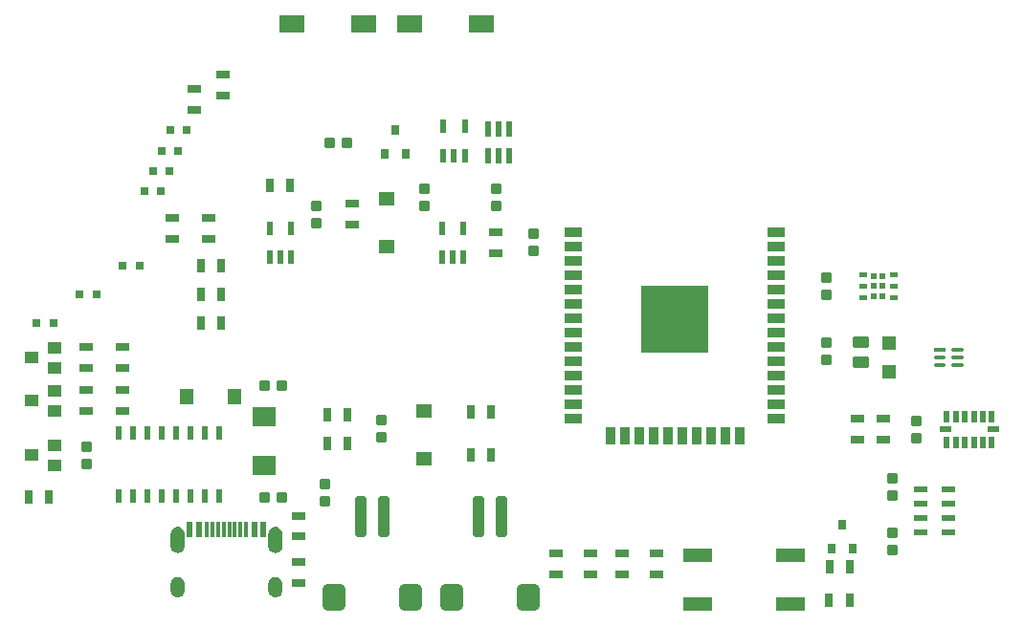
<source format=gtp>
G04 EAGLE Gerber RS-274X export*
G75*
%MOMM*%
%FSLAX34Y34*%
%LPD*%
%INTop Paste*%
%IPPOS*%
%AMOC8*
5,1,8,0,0,1.08239X$1,22.5*%
G01*
%ADD10C,0.222250*%
%ADD11C,0.090000*%
%ADD12R,0.508000X0.508000*%
%ADD13R,1.050000X0.300000*%
%ADD14C,0.300000*%
%ADD15R,0.800000X0.800000*%
%ADD16R,1.200000X0.800000*%
%ADD17R,1.200000X0.500000*%
%ADD18R,1.270000X1.270000*%
%ADD19C,0.254000*%
%ADD20R,0.600000X1.200000*%
%ADD21R,1.500000X0.900000*%
%ADD22R,0.900000X1.500000*%
%ADD23R,6.000000X6.000000*%
%ADD24R,2.032000X1.778000*%
%ADD25R,1.143000X1.016000*%
%ADD26R,0.550000X1.200000*%
%ADD27R,0.800000X1.200000*%
%ADD28R,0.800000X0.900000*%
%ADD29R,1.270000X1.470000*%
%ADD30R,1.470000X1.270000*%
%ADD31R,2.540000X1.270000*%
%ADD32C,0.500000*%
%ADD33C,1.000000*%
%ADD34R,0.500000X1.123800*%
%ADD35R,1.123800X0.500000*%
%ADD36R,0.558800X1.320800*%
%ADD37R,2.300000X1.600000*%
%ADD38R,0.300000X1.450000*%
%ADD39R,0.600000X1.450000*%
%ADD40R,0.550000X1.450000*%

G36*
X250859Y55583D02*
X250859Y55583D01*
X250865Y55589D01*
X250870Y55585D01*
X252100Y55950D01*
X252105Y55957D01*
X252110Y55955D01*
X253229Y56585D01*
X253232Y56592D01*
X253238Y56591D01*
X254188Y57454D01*
X254189Y57462D01*
X254195Y57462D01*
X254929Y58515D01*
X254929Y58523D01*
X254934Y58525D01*
X255416Y59715D01*
X255414Y59720D01*
X255418Y59723D01*
X255417Y59724D01*
X255419Y59725D01*
X255624Y60992D01*
X255621Y60997D01*
X255624Y61000D01*
X255624Y73000D01*
X255621Y73005D01*
X255624Y73007D01*
X255429Y74287D01*
X255423Y74293D01*
X255426Y74297D01*
X254951Y75501D01*
X254944Y75506D01*
X254946Y75511D01*
X254215Y76579D01*
X254208Y76582D01*
X254208Y76588D01*
X253258Y77467D01*
X253250Y77467D01*
X253249Y77473D01*
X252128Y78118D01*
X252119Y78117D01*
X252117Y78123D01*
X250880Y78502D01*
X250875Y78501D01*
X250872Y78501D01*
X250869Y78504D01*
X249579Y78599D01*
X249578Y78599D01*
X249572Y78599D01*
X248441Y78532D01*
X248436Y78527D01*
X248432Y78531D01*
X247335Y78244D01*
X247331Y78238D01*
X247326Y78241D01*
X246307Y77746D01*
X246304Y77740D01*
X246299Y77741D01*
X245396Y77057D01*
X245394Y77050D01*
X245389Y77050D01*
X244636Y76203D01*
X244636Y76196D01*
X244631Y76195D01*
X244058Y75218D01*
X244059Y75215D01*
X244058Y75214D01*
X244059Y75213D01*
X244059Y75211D01*
X244054Y75209D01*
X243683Y74138D01*
X243685Y74133D01*
X243682Y74131D01*
X243682Y74130D01*
X243681Y74129D01*
X243526Y73007D01*
X243529Y73002D01*
X243526Y73000D01*
X243526Y61000D01*
X243529Y60995D01*
X243526Y60992D01*
X243731Y59725D01*
X243737Y59719D01*
X243734Y59715D01*
X244216Y58525D01*
X244223Y58521D01*
X244221Y58515D01*
X244955Y57462D01*
X244963Y57460D01*
X244962Y57454D01*
X245912Y56591D01*
X245921Y56590D01*
X245921Y56585D01*
X247040Y55955D01*
X247048Y55956D01*
X247050Y55950D01*
X248280Y55585D01*
X248288Y55588D01*
X248291Y55583D01*
X249572Y55501D01*
X249576Y55504D01*
X249578Y55501D01*
X250859Y55583D01*
G37*
G36*
X164459Y55583D02*
X164459Y55583D01*
X164465Y55589D01*
X164470Y55585D01*
X165700Y55950D01*
X165705Y55957D01*
X165710Y55955D01*
X166829Y56585D01*
X166832Y56592D01*
X166838Y56591D01*
X167788Y57454D01*
X167789Y57462D01*
X167795Y57462D01*
X168529Y58515D01*
X168529Y58523D01*
X168534Y58525D01*
X169016Y59715D01*
X169014Y59720D01*
X169018Y59723D01*
X169017Y59724D01*
X169019Y59725D01*
X169224Y60992D01*
X169221Y60997D01*
X169224Y61000D01*
X169224Y73000D01*
X169221Y73005D01*
X169224Y73007D01*
X169029Y74287D01*
X169023Y74293D01*
X169026Y74297D01*
X168551Y75501D01*
X168544Y75506D01*
X168546Y75511D01*
X167815Y76579D01*
X167808Y76582D01*
X167808Y76588D01*
X166858Y77467D01*
X166850Y77467D01*
X166849Y77473D01*
X165728Y78118D01*
X165719Y78117D01*
X165717Y78123D01*
X164480Y78502D01*
X164475Y78501D01*
X164472Y78501D01*
X164469Y78504D01*
X163179Y78599D01*
X163178Y78599D01*
X163172Y78599D01*
X162041Y78532D01*
X162036Y78527D01*
X162032Y78531D01*
X160935Y78244D01*
X160931Y78238D01*
X160926Y78241D01*
X159907Y77746D01*
X159904Y77740D01*
X159899Y77741D01*
X158996Y77057D01*
X158994Y77050D01*
X158989Y77050D01*
X158236Y76203D01*
X158236Y76196D01*
X158231Y76195D01*
X157658Y75218D01*
X157659Y75215D01*
X157658Y75214D01*
X157659Y75213D01*
X157659Y75211D01*
X157654Y75209D01*
X157283Y74138D01*
X157285Y74133D01*
X157282Y74131D01*
X157282Y74130D01*
X157281Y74129D01*
X157126Y73007D01*
X157129Y73002D01*
X157126Y73000D01*
X157126Y61000D01*
X157129Y60995D01*
X157126Y60992D01*
X157331Y59725D01*
X157337Y59719D01*
X157334Y59715D01*
X157816Y58525D01*
X157823Y58521D01*
X157821Y58515D01*
X158555Y57462D01*
X158563Y57460D01*
X158562Y57454D01*
X159512Y56591D01*
X159521Y56590D01*
X159521Y56585D01*
X160640Y55955D01*
X160648Y55956D01*
X160650Y55950D01*
X161880Y55585D01*
X161888Y55588D01*
X161891Y55583D01*
X163172Y55501D01*
X163176Y55504D01*
X163178Y55501D01*
X164459Y55583D01*
G37*
G36*
X250746Y16311D02*
X250746Y16311D01*
X250751Y16316D01*
X250755Y16313D01*
X251878Y16648D01*
X251882Y16654D01*
X251886Y16652D01*
X252922Y17200D01*
X252925Y17206D01*
X252930Y17205D01*
X253838Y17944D01*
X253840Y17951D01*
X253845Y17951D01*
X254592Y18853D01*
X254592Y18861D01*
X254598Y18861D01*
X255154Y19892D01*
X255153Y19899D01*
X255158Y19901D01*
X255502Y21020D01*
X255500Y21027D01*
X255504Y21030D01*
X255624Y22195D01*
X255622Y22198D01*
X255624Y22200D01*
X255624Y28200D01*
X255622Y28203D01*
X255624Y28205D01*
X255513Y29381D01*
X255508Y29386D01*
X255511Y29390D01*
X255173Y30522D01*
X255167Y30526D01*
X255169Y30531D01*
X254617Y31575D01*
X254610Y31578D01*
X254612Y31583D01*
X253866Y32499D01*
X253859Y32500D01*
X253859Y32506D01*
X252950Y33259D01*
X252942Y33259D01*
X252942Y33264D01*
X251902Y33825D01*
X251895Y33824D01*
X251893Y33829D01*
X250764Y34176D01*
X250758Y34174D01*
X250755Y34178D01*
X249580Y34299D01*
X249573Y34295D01*
X249569Y34299D01*
X248229Y34142D01*
X248223Y34137D01*
X248218Y34140D01*
X246947Y33689D01*
X246942Y33682D01*
X246937Y33684D01*
X245798Y32962D01*
X245795Y32954D01*
X245789Y32955D01*
X244839Y31997D01*
X244838Y31989D01*
X244832Y31988D01*
X244119Y30843D01*
X244120Y30835D01*
X244114Y30833D01*
X243674Y29557D01*
X243676Y29550D01*
X243672Y29547D01*
X243526Y28205D01*
X243528Y28202D01*
X243526Y28200D01*
X243526Y22200D01*
X243528Y22197D01*
X243526Y22194D01*
X243681Y20865D01*
X243687Y20859D01*
X243684Y20855D01*
X244131Y19594D01*
X244138Y19589D01*
X244136Y19584D01*
X244853Y18454D01*
X244860Y18451D01*
X244859Y18445D01*
X245810Y17503D01*
X245818Y17502D01*
X245818Y17496D01*
X246954Y16789D01*
X246962Y16790D01*
X246964Y16784D01*
X248229Y16348D01*
X248234Y16349D01*
X248235Y16349D01*
X248238Y16349D01*
X248240Y16345D01*
X249570Y16201D01*
X249576Y16205D01*
X249580Y16201D01*
X250746Y16311D01*
G37*
G36*
X164346Y16311D02*
X164346Y16311D01*
X164351Y16316D01*
X164355Y16313D01*
X165478Y16648D01*
X165482Y16654D01*
X165486Y16652D01*
X166522Y17200D01*
X166525Y17206D01*
X166530Y17205D01*
X167438Y17944D01*
X167440Y17951D01*
X167445Y17951D01*
X168192Y18853D01*
X168192Y18861D01*
X168198Y18861D01*
X168754Y19892D01*
X168753Y19899D01*
X168758Y19901D01*
X169102Y21020D01*
X169100Y21027D01*
X169104Y21030D01*
X169224Y22195D01*
X169222Y22198D01*
X169224Y22200D01*
X169224Y28200D01*
X169222Y28203D01*
X169224Y28205D01*
X169113Y29381D01*
X169108Y29386D01*
X169111Y29390D01*
X168773Y30522D01*
X168767Y30526D01*
X168769Y30531D01*
X168217Y31575D01*
X168210Y31578D01*
X168212Y31583D01*
X167466Y32499D01*
X167459Y32500D01*
X167459Y32506D01*
X166550Y33259D01*
X166542Y33259D01*
X166542Y33264D01*
X165502Y33825D01*
X165495Y33824D01*
X165493Y33829D01*
X164364Y34176D01*
X164358Y34174D01*
X164355Y34178D01*
X163180Y34299D01*
X163173Y34295D01*
X163169Y34299D01*
X161829Y34142D01*
X161823Y34137D01*
X161818Y34140D01*
X160547Y33689D01*
X160542Y33682D01*
X160537Y33684D01*
X159398Y32962D01*
X159395Y32954D01*
X159389Y32955D01*
X158439Y31997D01*
X158438Y31989D01*
X158432Y31988D01*
X157719Y30843D01*
X157720Y30835D01*
X157714Y30833D01*
X157274Y29557D01*
X157276Y29550D01*
X157272Y29547D01*
X157126Y28205D01*
X157128Y28202D01*
X157126Y28200D01*
X157126Y22200D01*
X157128Y22197D01*
X157126Y22194D01*
X157281Y20865D01*
X157287Y20859D01*
X157284Y20855D01*
X157731Y19594D01*
X157738Y19589D01*
X157736Y19584D01*
X158453Y18454D01*
X158460Y18451D01*
X158459Y18445D01*
X159410Y17503D01*
X159418Y17502D01*
X159418Y17496D01*
X160554Y16789D01*
X160562Y16790D01*
X160564Y16784D01*
X161829Y16348D01*
X161834Y16349D01*
X161835Y16349D01*
X161838Y16349D01*
X161840Y16345D01*
X163170Y16201D01*
X163176Y16205D01*
X163180Y16201D01*
X164346Y16311D01*
G37*
D10*
X740164Y230284D02*
X740164Y223616D01*
X733496Y223616D01*
X733496Y230284D01*
X740164Y230284D01*
X740164Y225728D02*
X733496Y225728D01*
X733496Y227840D02*
X740164Y227840D01*
X740164Y229952D02*
X733496Y229952D01*
X740164Y238856D02*
X740164Y245524D01*
X740164Y238856D02*
X733496Y238856D01*
X733496Y245524D01*
X740164Y245524D01*
X740164Y240968D02*
X733496Y240968D01*
X733496Y243080D02*
X740164Y243080D01*
X740164Y245192D02*
X733496Y245192D01*
D11*
X766190Y300300D02*
X772290Y300300D01*
X766190Y300300D02*
X766190Y303900D01*
X772290Y303900D01*
X772290Y300300D01*
X772290Y301155D02*
X766190Y301155D01*
X766190Y302010D02*
X772290Y302010D01*
X772290Y302865D02*
X766190Y302865D01*
X766190Y303720D02*
X772290Y303720D01*
X772290Y290300D02*
X766190Y290300D01*
X766190Y293900D01*
X772290Y293900D01*
X772290Y290300D01*
X772290Y291155D02*
X766190Y291155D01*
X766190Y292010D02*
X772290Y292010D01*
X772290Y292865D02*
X766190Y292865D01*
X766190Y293720D02*
X772290Y293720D01*
X772290Y280300D02*
X766190Y280300D01*
X766190Y283900D01*
X772290Y283900D01*
X772290Y280300D01*
X772290Y281155D02*
X766190Y281155D01*
X766190Y282010D02*
X772290Y282010D01*
X772290Y282865D02*
X766190Y282865D01*
X766190Y283720D02*
X772290Y283720D01*
X793190Y280300D02*
X799290Y280300D01*
X793190Y280300D02*
X793190Y283900D01*
X799290Y283900D01*
X799290Y280300D01*
X799290Y281155D02*
X793190Y281155D01*
X793190Y282010D02*
X799290Y282010D01*
X799290Y282865D02*
X793190Y282865D01*
X793190Y283720D02*
X799290Y283720D01*
X799290Y290300D02*
X793190Y290300D01*
X793190Y293900D01*
X799290Y293900D01*
X799290Y290300D01*
X799290Y291155D02*
X793190Y291155D01*
X793190Y292010D02*
X799290Y292010D01*
X799290Y292865D02*
X793190Y292865D01*
X793190Y293720D02*
X799290Y293720D01*
X799290Y300300D02*
X793190Y300300D01*
X793190Y303900D01*
X799290Y303900D01*
X799290Y300300D01*
X799290Y301155D02*
X793190Y301155D01*
X793190Y302010D02*
X799290Y302010D01*
X799290Y302865D02*
X793190Y302865D01*
X793190Y303720D02*
X799290Y303720D01*
D12*
X778930Y300990D03*
X778930Y283210D03*
X778930Y292100D03*
X786550Y283210D03*
X786550Y292100D03*
X786550Y300990D03*
D13*
X837550Y235100D03*
D14*
X833800Y228600D02*
X841300Y228600D01*
X841300Y222100D02*
X833800Y222100D01*
X849300Y222100D02*
X856800Y222100D01*
X856800Y228600D02*
X849300Y228600D01*
X849300Y235100D02*
X856800Y235100D01*
D15*
X148940Y411900D03*
X163940Y411900D03*
X141320Y393800D03*
X156320Y393800D03*
D16*
X787400Y174100D03*
X787400Y156100D03*
X764540Y174100D03*
X764540Y156100D03*
D15*
X133700Y375700D03*
X148700Y375700D03*
D17*
X820735Y111570D03*
X820735Y99070D03*
X820735Y86570D03*
X820735Y74070D03*
X844735Y111570D03*
X844735Y99070D03*
X844735Y86570D03*
X844735Y74070D03*
D10*
X798354Y61789D02*
X798354Y55121D01*
X791686Y55121D01*
X791686Y61789D01*
X798354Y61789D01*
X798354Y57233D02*
X791686Y57233D01*
X791686Y59345D02*
X798354Y59345D01*
X798354Y61457D02*
X791686Y61457D01*
X798354Y70361D02*
X798354Y77029D01*
X798354Y70361D02*
X791686Y70361D01*
X791686Y77029D01*
X798354Y77029D01*
X798354Y72473D02*
X791686Y72473D01*
X791686Y74585D02*
X798354Y74585D01*
X798354Y76697D02*
X791686Y76697D01*
D18*
X792480Y241300D03*
X792480Y215900D03*
D19*
X761365Y238760D02*
X761365Y246380D01*
X772795Y246380D01*
X772795Y238760D01*
X761365Y238760D01*
X761365Y241173D02*
X772795Y241173D01*
X772795Y243586D02*
X761365Y243586D01*
X761365Y245999D02*
X772795Y245999D01*
X761365Y228600D02*
X761365Y220980D01*
X761365Y228600D02*
X772795Y228600D01*
X772795Y220980D01*
X761365Y220980D01*
X761365Y223393D02*
X772795Y223393D01*
X772795Y225806D02*
X761365Y225806D01*
X761365Y228219D02*
X772795Y228219D01*
D15*
X156560Y430000D03*
X171560Y430000D03*
D20*
X111125Y105985D03*
X123825Y105985D03*
X136525Y105985D03*
X149225Y105985D03*
X161925Y105985D03*
X174625Y105985D03*
X187325Y105985D03*
X200025Y105985D03*
X200025Y161985D03*
X187325Y161985D03*
X174625Y161985D03*
X161925Y161985D03*
X149225Y161985D03*
X136525Y161985D03*
X123825Y161985D03*
X111125Y161985D03*
D21*
X513098Y339230D03*
X513098Y326530D03*
X513098Y313830D03*
X513098Y301130D03*
X513098Y288430D03*
X513098Y275730D03*
X513098Y263030D03*
X513098Y250330D03*
X513098Y237630D03*
X513098Y224930D03*
X513098Y212230D03*
X513098Y199530D03*
X513098Y186830D03*
X513098Y174130D03*
D22*
X545948Y159230D03*
X558648Y159230D03*
X571348Y159230D03*
X584048Y159230D03*
X596748Y159230D03*
X609448Y159230D03*
X622148Y159230D03*
X634848Y159230D03*
X647548Y159230D03*
X660248Y159230D03*
D21*
X693098Y174130D03*
X693098Y186830D03*
X693098Y199530D03*
X693098Y212230D03*
X693098Y224930D03*
X693098Y237630D03*
X693098Y250330D03*
X693098Y263030D03*
X693098Y275730D03*
X693098Y288430D03*
X693098Y301130D03*
X693098Y313830D03*
X693098Y326530D03*
X693098Y339230D03*
D23*
X603098Y262230D03*
D24*
X240030Y132715D03*
X240030Y175895D03*
D10*
X251936Y207169D02*
X258604Y207169D01*
X258604Y200501D01*
X251936Y200501D01*
X251936Y207169D01*
X251936Y202613D02*
X258604Y202613D01*
X258604Y204725D02*
X251936Y204725D01*
X251936Y206837D02*
X258604Y206837D01*
X243364Y207169D02*
X236696Y207169D01*
X243364Y207169D02*
X243364Y200501D01*
X236696Y200501D01*
X236696Y207169D01*
X236696Y202613D02*
X243364Y202613D01*
X243364Y204725D02*
X236696Y204725D01*
X236696Y206837D02*
X243364Y206837D01*
X251936Y108109D02*
X258604Y108109D01*
X258604Y101441D01*
X251936Y101441D01*
X251936Y108109D01*
X251936Y103553D02*
X258604Y103553D01*
X258604Y105665D02*
X251936Y105665D01*
X251936Y107777D02*
X258604Y107777D01*
X243364Y108109D02*
X236696Y108109D01*
X243364Y108109D02*
X243364Y101441D01*
X236696Y101441D01*
X236696Y108109D01*
X236696Y103553D02*
X243364Y103553D01*
X243364Y105665D02*
X236696Y105665D01*
X236696Y107777D02*
X243364Y107777D01*
X85884Y131286D02*
X85884Y137954D01*
X85884Y131286D02*
X79216Y131286D01*
X79216Y137954D01*
X85884Y137954D01*
X85884Y133398D02*
X79216Y133398D01*
X79216Y135510D02*
X85884Y135510D01*
X85884Y137622D02*
X79216Y137622D01*
X85884Y146526D02*
X85884Y153194D01*
X85884Y146526D02*
X79216Y146526D01*
X79216Y153194D01*
X85884Y153194D01*
X85884Y148638D02*
X79216Y148638D01*
X79216Y150750D02*
X85884Y150750D01*
X85884Y152862D02*
X79216Y152862D01*
D25*
X33655Y190500D03*
X53975Y199390D03*
X53975Y181610D03*
X33655Y228600D03*
X53975Y237490D03*
X53975Y219710D03*
D10*
X474186Y335756D02*
X474186Y342424D01*
X480854Y342424D01*
X480854Y335756D01*
X474186Y335756D01*
X474186Y337868D02*
X480854Y337868D01*
X480854Y339980D02*
X474186Y339980D01*
X474186Y342092D02*
X480854Y342092D01*
X474186Y327184D02*
X474186Y320516D01*
X474186Y327184D02*
X480854Y327184D01*
X480854Y320516D01*
X474186Y320516D01*
X474186Y322628D02*
X480854Y322628D01*
X480854Y324740D02*
X474186Y324740D01*
X474186Y326852D02*
X480854Y326852D01*
D16*
X177800Y466200D03*
X177800Y448200D03*
X203200Y478900D03*
X203200Y460900D03*
X158750Y333900D03*
X158750Y351900D03*
X190500Y333900D03*
X190500Y351900D03*
X586740Y36720D03*
X586740Y54720D03*
X528320Y36720D03*
X528320Y54720D03*
X556260Y54720D03*
X556260Y36720D03*
X497840Y54720D03*
X497840Y36720D03*
D26*
X398170Y407369D03*
X407670Y407369D03*
X417170Y407369D03*
X417170Y433371D03*
X398170Y433371D03*
X244500Y317199D03*
X254000Y317199D03*
X263500Y317199D03*
X263500Y343201D03*
X244500Y343201D03*
D10*
X296704Y104934D02*
X296704Y98266D01*
X290036Y98266D01*
X290036Y104934D01*
X296704Y104934D01*
X296704Y100378D02*
X290036Y100378D01*
X290036Y102490D02*
X296704Y102490D01*
X296704Y104602D02*
X290036Y104602D01*
X296704Y113506D02*
X296704Y120174D01*
X296704Y113506D02*
X290036Y113506D01*
X290036Y120174D01*
X296704Y120174D01*
X296704Y115618D02*
X290036Y115618D01*
X290036Y117730D02*
X296704Y117730D01*
X296704Y119842D02*
X290036Y119842D01*
D27*
X184040Y309880D03*
X202040Y309880D03*
X263000Y381000D03*
X245000Y381000D03*
D10*
X282416Y366554D02*
X282416Y359886D01*
X282416Y366554D02*
X289084Y366554D01*
X289084Y359886D01*
X282416Y359886D01*
X282416Y361998D02*
X289084Y361998D01*
X289084Y364110D02*
X282416Y364110D01*
X282416Y366222D02*
X289084Y366222D01*
X282416Y351314D02*
X282416Y344646D01*
X282416Y351314D02*
X289084Y351314D01*
X289084Y344646D01*
X282416Y344646D01*
X282416Y346758D02*
X289084Y346758D01*
X289084Y348870D02*
X282416Y348870D01*
X282416Y350982D02*
X289084Y350982D01*
X447834Y359886D02*
X447834Y366554D01*
X447834Y359886D02*
X441166Y359886D01*
X441166Y366554D01*
X447834Y366554D01*
X447834Y361998D02*
X441166Y361998D01*
X441166Y364110D02*
X447834Y364110D01*
X447834Y366222D02*
X441166Y366222D01*
X447834Y375126D02*
X447834Y381794D01*
X447834Y375126D02*
X441166Y375126D01*
X441166Y381794D01*
X447834Y381794D01*
X447834Y377238D02*
X441166Y377238D01*
X441166Y379350D02*
X447834Y379350D01*
X447834Y381462D02*
X441166Y381462D01*
X377666Y381794D02*
X377666Y375126D01*
X377666Y381794D02*
X384334Y381794D01*
X384334Y375126D01*
X377666Y375126D01*
X377666Y377238D02*
X384334Y377238D01*
X384334Y379350D02*
X377666Y379350D01*
X377666Y381462D02*
X384334Y381462D01*
X377666Y366554D02*
X377666Y359886D01*
X377666Y366554D02*
X384334Y366554D01*
X384334Y359886D01*
X377666Y359886D01*
X377666Y361998D02*
X384334Y361998D01*
X384334Y364110D02*
X377666Y364110D01*
X377666Y366222D02*
X384334Y366222D01*
D16*
X317500Y364600D03*
X317500Y346600D03*
D28*
X346100Y409100D03*
X365100Y409100D03*
X355600Y430100D03*
D27*
X184040Y259080D03*
X202040Y259080D03*
D15*
X53625Y259150D03*
X38625Y259150D03*
D27*
X295800Y152400D03*
X313800Y152400D03*
X313800Y177800D03*
X295800Y177800D03*
D29*
X213905Y194310D03*
X170905Y194310D03*
D30*
X381000Y138520D03*
X381000Y181520D03*
D26*
X396900Y317199D03*
X406400Y317199D03*
X415900Y317199D03*
X415900Y343201D03*
X396900Y343201D03*
D10*
X315754Y422434D02*
X309086Y422434D01*
X315754Y422434D02*
X315754Y415766D01*
X309086Y415766D01*
X309086Y422434D01*
X309086Y417878D02*
X315754Y417878D01*
X315754Y419990D02*
X309086Y419990D01*
X309086Y422102D02*
X315754Y422102D01*
X300514Y422434D02*
X293846Y422434D01*
X300514Y422434D02*
X300514Y415766D01*
X293846Y415766D01*
X293846Y422434D01*
X293846Y417878D02*
X300514Y417878D01*
X300514Y419990D02*
X293846Y419990D01*
X293846Y422102D02*
X300514Y422102D01*
D27*
X184040Y284480D03*
X202040Y284480D03*
D15*
X91725Y284550D03*
X76725Y284550D03*
D30*
X347980Y369480D03*
X347980Y326480D03*
D31*
X622869Y53492D03*
X622869Y10312D03*
X705449Y10312D03*
X705449Y53492D03*
D16*
X444500Y339200D03*
X444500Y321200D03*
D25*
X33655Y142240D03*
X53975Y151130D03*
X53975Y133350D03*
D27*
X422800Y142240D03*
X440800Y142240D03*
X440800Y180340D03*
X422800Y180340D03*
D32*
X327780Y103130D02*
X327780Y72130D01*
X322780Y72130D01*
X322780Y103130D01*
X327780Y103130D01*
X327780Y76880D02*
X322780Y76880D01*
X322780Y81630D02*
X327780Y81630D01*
X327780Y86380D02*
X322780Y86380D01*
X322780Y91130D02*
X327780Y91130D01*
X327780Y95880D02*
X322780Y95880D01*
X322780Y100630D02*
X327780Y100630D01*
X347780Y103130D02*
X347780Y72130D01*
X342780Y72130D01*
X342780Y103130D01*
X347780Y103130D01*
X347780Y76880D02*
X342780Y76880D01*
X342780Y81630D02*
X347780Y81630D01*
X347780Y86380D02*
X342780Y86380D01*
X342780Y91130D02*
X347780Y91130D01*
X347780Y95880D02*
X342780Y95880D01*
X342780Y100630D02*
X347780Y100630D01*
D33*
X306280Y23290D02*
X306280Y9290D01*
X296280Y9290D01*
X296280Y23290D01*
X306280Y23290D01*
X306280Y18790D02*
X296280Y18790D01*
X374280Y23290D02*
X374280Y9290D01*
X364280Y9290D01*
X364280Y23290D01*
X374280Y23290D01*
X374280Y18790D02*
X364280Y18790D01*
D32*
X431920Y72130D02*
X431920Y103130D01*
X431920Y72130D02*
X426920Y72130D01*
X426920Y103130D01*
X431920Y103130D01*
X431920Y76880D02*
X426920Y76880D01*
X426920Y81630D02*
X431920Y81630D01*
X431920Y86380D02*
X426920Y86380D01*
X426920Y91130D02*
X431920Y91130D01*
X431920Y95880D02*
X426920Y95880D01*
X426920Y100630D02*
X431920Y100630D01*
X451920Y103130D02*
X451920Y72130D01*
X446920Y72130D01*
X446920Y103130D01*
X451920Y103130D01*
X451920Y76880D02*
X446920Y76880D01*
X446920Y81630D02*
X451920Y81630D01*
X451920Y86380D02*
X446920Y86380D01*
X446920Y91130D02*
X451920Y91130D01*
X451920Y95880D02*
X446920Y95880D01*
X446920Y100630D02*
X451920Y100630D01*
D33*
X410420Y23290D02*
X410420Y9290D01*
X400420Y9290D01*
X400420Y23290D01*
X410420Y23290D01*
X410420Y18790D02*
X400420Y18790D01*
X478420Y23290D02*
X478420Y9290D01*
X468420Y9290D01*
X468420Y23290D01*
X478420Y23290D01*
X478420Y18790D02*
X468420Y18790D01*
D10*
X339566Y170656D02*
X339566Y177324D01*
X346234Y177324D01*
X346234Y170656D01*
X339566Y170656D01*
X339566Y172768D02*
X346234Y172768D01*
X346234Y174880D02*
X339566Y174880D01*
X339566Y176992D02*
X346234Y176992D01*
X339566Y162084D02*
X339566Y155416D01*
X339566Y162084D02*
X346234Y162084D01*
X346234Y155416D01*
X339566Y155416D01*
X339566Y157528D02*
X346234Y157528D01*
X346234Y159640D02*
X339566Y159640D01*
X339566Y161752D02*
X346234Y161752D01*
D28*
X751027Y80291D03*
X760527Y59291D03*
X741527Y59291D03*
D27*
X757589Y13716D03*
X739589Y13716D03*
X49640Y104775D03*
X31640Y104775D03*
D16*
X114300Y199500D03*
X114300Y181500D03*
X114300Y237600D03*
X114300Y219600D03*
X82550Y237600D03*
X82550Y219600D03*
X82550Y181500D03*
X82550Y199500D03*
D27*
X740300Y43180D03*
X758300Y43180D03*
D34*
X883600Y153719D03*
X875600Y153719D03*
X867600Y153719D03*
X859600Y153719D03*
X851600Y153719D03*
X843600Y153719D03*
D35*
X842600Y165100D03*
D34*
X843600Y176481D03*
X851600Y176481D03*
X859600Y176481D03*
X867600Y176481D03*
X875600Y176481D03*
X883600Y176405D03*
D35*
X884600Y165100D03*
D10*
X819944Y160814D02*
X819944Y154146D01*
X813276Y154146D01*
X813276Y160814D01*
X819944Y160814D01*
X819944Y156258D02*
X813276Y156258D01*
X813276Y158370D02*
X819944Y158370D01*
X819944Y160482D02*
X813276Y160482D01*
X819944Y169386D02*
X819944Y176054D01*
X819944Y169386D02*
X813276Y169386D01*
X813276Y176054D01*
X819944Y176054D01*
X819944Y171498D02*
X813276Y171498D01*
X813276Y173610D02*
X819944Y173610D01*
X819944Y175722D02*
X813276Y175722D01*
X798354Y110014D02*
X798354Y103346D01*
X791686Y103346D01*
X791686Y110014D01*
X798354Y110014D01*
X798354Y105458D02*
X791686Y105458D01*
X791686Y107570D02*
X798354Y107570D01*
X798354Y109682D02*
X791686Y109682D01*
X798354Y118586D02*
X798354Y125254D01*
X798354Y118586D02*
X791686Y118586D01*
X791686Y125254D01*
X798354Y125254D01*
X798354Y120698D02*
X791686Y120698D01*
X791686Y122810D02*
X798354Y122810D01*
X798354Y124922D02*
X791686Y124922D01*
X739934Y281146D02*
X739934Y287814D01*
X739934Y281146D02*
X733266Y281146D01*
X733266Y287814D01*
X739934Y287814D01*
X739934Y283258D02*
X733266Y283258D01*
X733266Y285370D02*
X739934Y285370D01*
X739934Y287482D02*
X733266Y287482D01*
X739934Y296386D02*
X739934Y303054D01*
X739934Y296386D02*
X733266Y296386D01*
X733266Y303054D01*
X739934Y303054D01*
X739934Y298498D02*
X733266Y298498D01*
X733266Y300610D02*
X739934Y300610D01*
X739934Y302722D02*
X733266Y302722D01*
D15*
X129825Y309950D03*
X114825Y309950D03*
D36*
X437642Y407162D03*
X447040Y407162D03*
X456438Y407162D03*
X456438Y431038D03*
X447040Y431038D03*
X437642Y431038D03*
D37*
X327410Y524510D03*
X264410Y524510D03*
X368550Y524510D03*
X431550Y524510D03*
D16*
X269875Y70375D03*
X269875Y88375D03*
X269875Y47100D03*
X269875Y29100D03*
D38*
X193875Y76200D03*
X203875Y76200D03*
X208875Y76200D03*
X218875Y76200D03*
X223875Y76200D03*
X213875Y76200D03*
X198875Y76200D03*
X188875Y76200D03*
D39*
X174125Y76200D03*
X238625Y76200D03*
D40*
X181875Y76200D03*
X230875Y76200D03*
M02*

</source>
